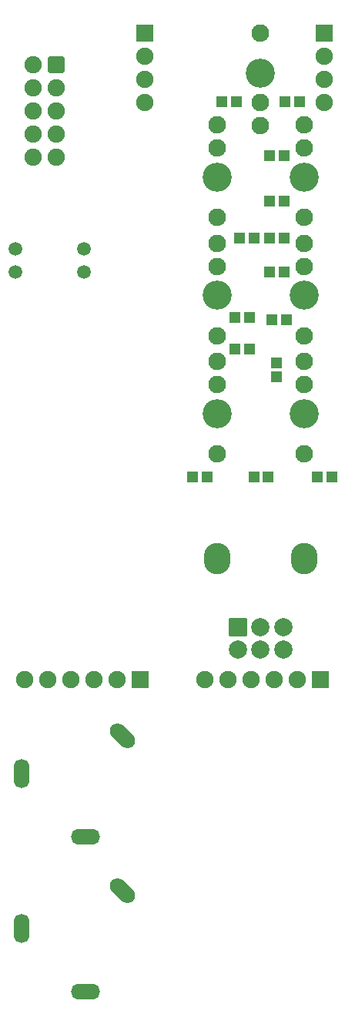
<source format=gbr>
G04 #@! TF.GenerationSoftware,KiCad,Pcbnew,(6.0.0)*
G04 #@! TF.CreationDate,2022-01-30T15:01:01+09:00*
G04 #@! TF.ProjectId,exits,65786974-732e-46b6-9963-61645f706362,2.1*
G04 #@! TF.SameCoordinates,Original*
G04 #@! TF.FileFunction,Soldermask,Bot*
G04 #@! TF.FilePolarity,Negative*
%FSLAX46Y46*%
G04 Gerber Fmt 4.6, Leading zero omitted, Abs format (unit mm)*
G04 Created by KiCad (PCBNEW (6.0.0)) date 2022-01-30 15:01:01*
%MOMM*%
%LPD*%
G01*
G04 APERTURE LIST*
G04 Aperture macros list*
%AMRoundRect*
0 Rectangle with rounded corners*
0 $1 Rounding radius*
0 $2 $3 $4 $5 $6 $7 $8 $9 X,Y pos of 4 corners*
0 Add a 4 corners polygon primitive as box body*
4,1,4,$2,$3,$4,$5,$6,$7,$8,$9,$2,$3,0*
0 Add four circle primitives for the rounded corners*
1,1,$1+$1,$2,$3*
1,1,$1+$1,$4,$5*
1,1,$1+$1,$6,$7*
1,1,$1+$1,$8,$9*
0 Add four rect primitives between the rounded corners*
20,1,$1+$1,$2,$3,$4,$5,0*
20,1,$1+$1,$4,$5,$6,$7,0*
20,1,$1+$1,$6,$7,$8,$9,0*
20,1,$1+$1,$8,$9,$2,$3,0*%
%AMHorizOval*
0 Thick line with rounded ends*
0 $1 width*
0 $2 $3 position (X,Y) of the first rounded end (center of the circle)*
0 $4 $5 position (X,Y) of the second rounded end (center of the circle)*
0 Add line between two ends*
20,1,$1,$2,$3,$4,$5,0*
0 Add two circle primitives to create the rounded ends*
1,1,$1,$2,$3*
1,1,$1,$4,$5*%
G04 Aperture macros list end*
%ADD10C,3.203200*%
%ADD11C,1.930400*%
%ADD12RoundRect,0.101600X0.500000X0.500000X-0.500000X0.500000X-0.500000X-0.500000X0.500000X-0.500000X0*%
%ADD13RoundRect,0.101600X-0.500000X-0.500000X0.500000X-0.500000X0.500000X0.500000X-0.500000X0.500000X0*%
%ADD14O,2.923200X3.443200*%
%ADD15RoundRect,0.101600X0.900000X0.900000X-0.900000X0.900000X-0.900000X-0.900000X0.900000X-0.900000X0*%
%ADD16C,2.003200*%
%ADD17RoundRect,0.101600X0.500000X-0.500000X0.500000X0.500000X-0.500000X0.500000X-0.500000X-0.500000X0*%
%ADD18RoundRect,0.101600X0.850000X-0.850000X0.850000X0.850000X-0.850000X0.850000X-0.850000X-0.850000X0*%
%ADD19O,1.903200X1.903200*%
%ADD20RoundRect,0.101600X0.850000X0.850000X-0.850000X0.850000X-0.850000X-0.850000X0.850000X-0.850000X0*%
%ADD21RoundRect,0.101600X-0.850000X-0.850000X0.850000X-0.850000X0.850000X0.850000X-0.850000X0.850000X0*%
%ADD22RoundRect,0.101600X-0.850000X0.850000X-0.850000X-0.850000X0.850000X-0.850000X0.850000X0.850000X0*%
%ADD23HorizOval,1.711200X-0.533159X0.533159X0.533159X-0.533159X0*%
%ADD24O,3.219200X1.711200*%
%ADD25O,1.711200X3.219200*%
%ADD26RoundRect,0.351600X0.600000X0.600000X-0.600000X0.600000X-0.600000X-0.600000X0.600000X-0.600000X0*%
%ADD27C,1.903200*%
%ADD28C,1.503200*%
G04 APERTURE END LIST*
D10*
X147000000Y-84055000D03*
D11*
X147000000Y-78340000D03*
X147000000Y-80880000D03*
X147000000Y-88500000D03*
D10*
X156500000Y-58055000D03*
D11*
X156500000Y-52340000D03*
X156500000Y-54880000D03*
X156500000Y-62500000D03*
D10*
X156500000Y-71055000D03*
D11*
X156500000Y-65340000D03*
X156500000Y-67880000D03*
X156500000Y-75500000D03*
D10*
X151750000Y-46695000D03*
D11*
X151750000Y-52410000D03*
X151750000Y-49870000D03*
X151750000Y-42250000D03*
D10*
X147000000Y-58055000D03*
D11*
X147000000Y-52340000D03*
X147000000Y-54880000D03*
X147000000Y-62500000D03*
D10*
X147000000Y-71055000D03*
D11*
X147000000Y-65340000D03*
X147000000Y-67880000D03*
X147000000Y-75500000D03*
D10*
X156500000Y-84055000D03*
D11*
X156500000Y-78340000D03*
X156500000Y-80880000D03*
X156500000Y-88500000D03*
D12*
X149050000Y-49750000D03*
X147450000Y-49750000D03*
X150550000Y-77000000D03*
X148950000Y-77000000D03*
D13*
X157950000Y-91000000D03*
X159550000Y-91000000D03*
D12*
X152600000Y-91000000D03*
X151000000Y-91000000D03*
D14*
X156500000Y-100000000D03*
X147000000Y-100000000D03*
D15*
X149250000Y-107500000D03*
D16*
X151750000Y-107500000D03*
X154250000Y-107500000D03*
X149250000Y-110000000D03*
X151750000Y-110000000D03*
X154250000Y-110000000D03*
D13*
X152950000Y-73750000D03*
X154550000Y-73750000D03*
D12*
X154300000Y-64750000D03*
X152700000Y-64750000D03*
D13*
X152700000Y-60750000D03*
X154300000Y-60750000D03*
D12*
X151050000Y-64750000D03*
X149450000Y-64750000D03*
D13*
X152700000Y-68500000D03*
X154300000Y-68500000D03*
D12*
X145850000Y-91000000D03*
X144250000Y-91000000D03*
D13*
X154400000Y-49750000D03*
X156000000Y-49750000D03*
D17*
X153500000Y-80050000D03*
X153500000Y-78450000D03*
D13*
X152700000Y-55750000D03*
X154300000Y-55750000D03*
D12*
X150550000Y-73500000D03*
X148950000Y-73500000D03*
D18*
X158280000Y-113300000D03*
D19*
X155740000Y-113300000D03*
X153200000Y-113300000D03*
X150660000Y-113300000D03*
X148120000Y-113300000D03*
X145580000Y-113300000D03*
D20*
X158750000Y-42250000D03*
D19*
X158750000Y-44790000D03*
X158750000Y-47330000D03*
X158750000Y-49870000D03*
D21*
X139000000Y-42250000D03*
D19*
X139000000Y-44790000D03*
X139000000Y-47330000D03*
X139000000Y-49870000D03*
D22*
X138500000Y-113300000D03*
D19*
X135960000Y-113300000D03*
X133420000Y-113300000D03*
X130880000Y-113300000D03*
X128340000Y-113300000D03*
X125800000Y-113300000D03*
D23*
X136596000Y-136504000D03*
D24*
X132500000Y-147600000D03*
D25*
X125500000Y-140600000D03*
D23*
X136596000Y-119504000D03*
D24*
X132500000Y-130600000D03*
D25*
X125500000Y-123600000D03*
D26*
X129250000Y-45750000D03*
D27*
X126710000Y-45750000D03*
X129250000Y-48290000D03*
X126710000Y-48290000D03*
X129250000Y-50830000D03*
X126710000Y-50830000D03*
X129250000Y-53370000D03*
X126710000Y-53370000D03*
X129250000Y-55910000D03*
X126710000Y-55910000D03*
D28*
X124750000Y-68500000D03*
X124750000Y-65960000D03*
X132350000Y-68500000D03*
X132350000Y-65960000D03*
M02*

</source>
